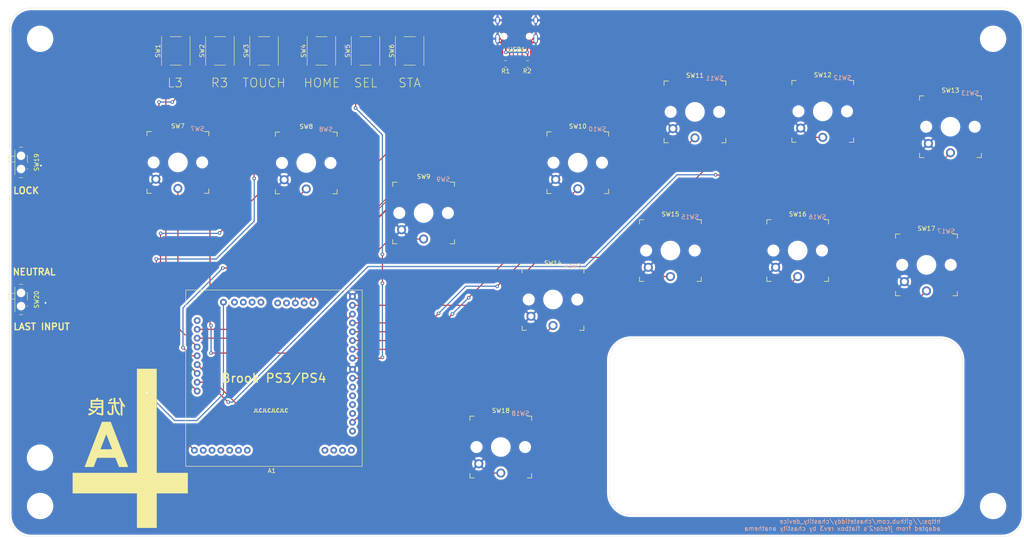
<source format=kicad_pcb>
(kicad_pcb (version 20211014) (generator pcbnew)
  (layers (0 "F.Cu" signal) (31 "B.Cu" signal) (34 "B.Paste" user) (35 "F.Paste" user) (36 "B.SilkS" user "B.Silkscreen") (37 "F.SilkS" user "F.Silkscreen") (38 "B.Mask" user) (39 "F.Mask" user) (44 "Edge.Cuts" user))
  (net 0 "")
  (net 1 "GND")
  (net 2 "+5V")
  (net 3 "D-")
  (net 4 "D+")
  (net 7 "LEFT")
  (net 8 "DOWN")
  (net 9 "RIGHT")
  (net 10 "UP")
  (net 24 "OPTIONS")
  (net 25 "L3")
  (net 26 "L1")
  (net 27 "PS_Key")
  (net 28 "R1")
  (net 29 "R3")
  (net 30 "TRIANGLE")
  (net 31 "SQUARE")
  (net 32 "CIRCLE")
  (net 33 "CROSS")
  (net 34 "SHARE")
  (net 35 "R2")
  (net 36 "L2")
  (net 37 "TPKEY")
  (net 38 "Net-(R1-Pad1)")
  (net 39 "Net-(R2-Pad1)")
  (net 40 "LOCKOUT")
  (net 43 "SOCD")
  (footprint "Kailh:Kailh_Low_Profile_Socket" (layer "F.Cu") (at 87.32 65.17)
    (fp_text reference "SW8")
    (fp_text value "SW_Push")
  )
  (footprint "Kailh:Kailh_Low_Profile_Socket" (layer "F.Cu") (at 113.92 76.52)
    (fp_text reference "SW9")
    (fp_text value "SW_Push")
  )
  (footprint "Kailh:Kailh_Low_Profile_Socket" (layer "F.Cu") (at 131.42 129.62)
    (fp_text reference "SW18")
    (fp_text value "SW_Push")
  )
  (footprint "Kailh:Kailh_Low_Profile_Socket" (layer "F.Cu") (at 148.86 65.11)
    (fp_text reference "SW10")
    (fp_text value "SW_Push")
  )
  (footprint "Kailh:Kailh_Low_Profile_Socket" (layer "F.Cu") (at 175.42 53.58)
    (fp_text reference "SW11")
    (fp_text value "SW_Push")
  )
  (footprint "Kailh:Kailh_Low_Profile_Socket" (layer "F.Cu") (at 204.39 53.46)
    (fp_text reference "SW12")
    (fp_text value "SW_Push")
  )
  (footprint "Kailh:Kailh_Low_Profile_Socket" (layer "F.Cu") (at 233.3364 56.9504)
    (fp_text reference "SW13")
    (fp_text value "SW_Push")
  )
  (footprint "Kailh:Kailh_Low_Profile_Socket" (layer "F.Cu") (at 143.25 96.15)
    (fp_text reference "SW14")
    (fp_text value "SW_Push")
  )
  (footprint "Kailh:Kailh_Low_Profile_Socket" (layer "F.Cu") (at 169.86 85.04)
    (fp_text reference "SW15")
    (fp_text value "SW_Push")
  )
  (footprint "Kailh:Kailh_Low_Profile_Socket" (layer "F.Cu") (at 198.71 85.04)
    (fp_text reference "SW16")
    (fp_text value "SW_Push")
  )
  (footprint "Kailh:Kailh_Low_Profile_Socket" (layer "F.Cu") (at 227.8964 88.2904)
    (fp_text reference "SW17")
    (fp_text value "SW_Push")
  )
  (footprint "Chicago Screw:Chicago Screw" (layer "F.Cu") (at 27 37)
    (fp_text reference "REF**" hide)
    (fp_text value "Chicago Screw")
  )
  (footprint "Chicago Screw:Chicago Screw" (layer "F.Cu") (at 27 143)
    (fp_text reference "REF**" hide)
    (fp_text value "Chicago Screw")
  )
  (footprint "Chicago Screw:Chicago Screw" (layer "F.Cu") (at 243 143)
    (fp_text reference "REF**" hide)
    (fp_text value "Chicago Screw")
  )
  (footprint "Chicago Screw:Chicago Screw" (layer "F.Cu") (at 243 37)
    (fp_text reference "REF**" hide)
    (fp_text value "Chicago Screw")
  )
  (footprint "Kailh:Kailh_Low_Profile_Socket" (layer "F.Cu") (at 58.225 65.05)
    (fp_text reference "SW7")
    (fp_text value "SW_Push")
  )
  (footprint "Button_Switch_SMD:SW_Push_1P1T_NO_6x6mm_H9.5mm" (layer "F.Cu") (at 90.75 39.75 90)
    (fp_text reference "SW4")
    (fp_text value "SW_Push")
  )
  (footprint "Button_Switch_SMD:SW_Push_1P1T_NO_6x6mm_H9.5mm" (layer "F.Cu") (at 67.75 39.75 90)
    (fp_text reference "SW2")
    (fp_text value "SW_Push")
  )
  (footprint "Button_Switch_SMD:SW_Push_1P1T_NO_6x6mm_H9.5mm" (layer "F.Cu") (at 100.75 39.75 90)
    (fp_text reference "SW5")
    (fp_text value "SW_Push")
  )
  (footprint "Button_Switch_SMD:SW_Push_1P1T_NO_6x6mm_H9.5mm" (layer "F.Cu") (at 57.75 39.75 90)
    (fp_text reference "SW1")
    (fp_text value "SW_Push")
  )
  (footprint "Button_Switch_SMD:SW_Push_1P1T_NO_6x6mm_H9.5mm" (layer "F.Cu") (at 77.75 39.75 90)
    (fp_text reference "SW3")
    (fp_text value "SW_Push")
  )
  (footprint "Button_Switch_SMD:SW_Push_1P1T_NO_6x6mm_H9.5mm" (layer "F.Cu") (at 110.75 39.75 90)
    (fp_text reference "SW6")
    (fp_text value "SW_Push")
  )
  (footprint "Brook:Brook_PS3PS4_PCBA" (layer "F.Cu") (at 60 134 90)
    (fp_text reference "A1")
    (fp_text value "Brook_PS3PS4_PCBA")
  )
  (footprint "Resistor_SMD:R_0805_2012Metric" (layer "F.Cu") (at 137.5 42.68)
    (fp_text reference "R2")
    (fp_text value "5.1k")
  )
  (footprint "Type-C:HRO-TYPE-C-31-M-12-Assembly" (layer "F.Cu") (at 135 30.1968 180)
    (fp_text reference "USB1")
    (fp_text value "HRO-TYPE-C-31-M-12")
  )
  (footprint "Resistor_SMD:R_0805_2012Metric" (layer "F.Cu") (at 132.5 42.68 180)
    (fp_text reference "R1")
    (fp_text value "5.1k")
  )
  (footprint "Button_Switch_SMD:SW_SPDT_PCM12" (layer "F.Cu") (at 23 65.04 -90)
    (fp_text reference "SW19")
    (fp_text value "SW_LOCKOUT")
  )
  (footprint "Button_Switch_SMD:SW_SPDT_PCM12" (layer "F.Cu") (at 23 96.15 -90)
    (fp_text reference "SW20")
    (fp_text value "SW_SPDT")
  )
  (footprint "Chicago Screw:Chicago Screw" (layer "F.Cu") (at 27 132)
    (fp_text reference "REF**" hide)
    (fp_text value "Chicago Screw")
  )
  (gr_poly (pts (xy 37.097907 134.134134) (xy 39.114695 134.134134) (xy 39.911711 132.034173) (xy 44.070044 132.034173) (xy 44.901709 134.134134) (xy 46.918501 134.134134) (xy 45.379776 130.142133) (xy 43.349266 130.142133) (xy 40.639418 130.142133) (xy 41.990876 126.642204) (xy 43.349266 130.142133) (xy 45.379776 130.142133) (xy 42.988875 123.939288) (xy 41.020598 123.939288)) (layer "F.SilkS") (width 0.05) (fill solid))
  (gr_poly (pts (xy 43.2741 121.85494) (xy 43.273932 121.865416) (xy 43.27343 121.875424) (xy 43.272593 121.884964) (xy 43.271422 121.894035) (xy 43.269916 121.902637) (xy 43.268075 121.91077) (xy 43.265899 121.918435) (xy 43.263389 121.925632) (xy 43.260543 121.932359) (xy 43.257364 121.938618) (xy 43.253849 121.944409) (xy 43.25 121.949731) (xy 43.245816 121.954584) (xy 43.241298 121.958969) (xy 43.236445 121.962885) (xy 43.231257 121.966333) (xy 43.225132 121.969446) (xy 43.217467 121.972358) (xy 43.208263 121.975069) (xy 43.197518 121.977579) (xy 43.185234 121.979889) (xy 43.171411 121.981998) (xy 43.156047 121.983906) (xy 43.139144 121.985613) (xy 43.120701 121.987119) (xy 43.100718 121.988425) (xy 43.079196 121.989529) (xy 43.056134 121.990433) (xy 43.005391 121.991638) (xy 42.948489 121.99204) (xy 42.919167 121.991638) (xy 42.891185 121.990433) (xy 42.864542 121.988425) (xy 42.839237 121.985613) (xy 42.815271 121.981998) (xy 42.792644 121.97758) (xy 42.771356 121.972359) (xy 42.751407 121.966334) (xy 42.732797 121.959505) (xy 42.715525 121.951874) (xy 42.699593 121.943439) (xy 42.684999 121.934201) (xy 42.671744 121.924159) (xy 42.659828 121.913314) (xy 42.649251 121.901666) (xy 42.640013 121.889215) (xy 42.631645 121.87529) (xy 42.623679 121.859224) (xy 42.616115 121.841015) (xy 42.608952 121.820665) (xy 42.602191 121.798172) (xy 42.595831 121.773537) (xy 42.589873 121.746759) (xy 42.584317 121.71784) (xy 42.579163 121.686778) (xy 42.57441 121.653575) (xy 42.570059 121.618229) (xy 42.566109 121.580741) (xy 42.562561 121.541111) (xy 42.559415 121.499339) (xy 42.55667 121.455424) (xy 42.554327 121.409368) (xy 42.228716 121.546468) (xy 42.24679 121.67299) (xy 42.266738 121.786927) (xy 42.288562 121.888278) (xy 42.300177 121.934235) (xy 42.31226 121.977045) (xy 42.324812 122.016708) (xy 42.337833 122.053226) (xy 42.351322 122.086597) (xy 42.36528 122.116822) (xy 42.379707 122.1439) (xy 42.394602 122.167833) (xy 42.409966 122.188618) (xy 42.425799 122.206258) (xy 42.434091 122.214166) (xy 42.442903 122.221822) (xy 42.462081 122.236383) (xy 42.483336 122.249939) (xy 42.506665 122.262491) (xy 42.53207 122.274039) (xy 42.55955 122.284582) (xy 42.589105 122.294122) (xy 42.620735 122.302657) (xy 42.654441 122.310188) (xy 42.690222 122.316715) (xy 42.728078 122.322238) (xy 42.76801 122.326757) (xy 42.810016 122.330272) (xy 42.854099 122.332782) (xy 42.900256 122.334288) (xy 42.948489 122.33479) (xy 43.050778 122.333318) (xy 43.143427 122.3289) (xy 43.186137 122.325586) (xy 43.226437 122.321536) (xy 43.264326 122.316749) (xy 43.299806 122.311227) (xy 43.332876 122.304967) (xy 43.363536 122.297972) (xy 43.391785 122.29024) (xy 43.417625 122.281771) (xy 43.441055 122.272566) (xy 43.462075 122.262625) (xy 43.480685 122.251947) (xy 43.496886 122.240533) (xy 43.504266 122.234517) (xy 43.511412 122.228249) (xy 43.518324 122.221731) (xy 43.525002 122.214961) (xy 43.531445 122.207941) (xy 43.537654 122.200669) (xy 43.543629 122.193146) (xy 43.549369 122.185373) (xy 43.560147 122.169072) (xy 43.569987 122.151767) (xy 43.578891 122.133458) (xy 43.586857 122.114145) (xy 43.593886 122.093828) (xy 43.599977 122.072507) (xy 43.605132 122.050181) (xy 43.609349 122.026851) (xy 43.612629 122.002518) (xy 43.614972 121.97718) (xy 43.616378 121.950838) (xy 43.616847 121.923492) (xy 43.616847 120.158334) (xy 43.2741 120.158334)) (layer "F.SilkS") (width 0.05) (fill solid))
  (gr_poly (pts (xy 39.844741 118.489778) (xy 39.826264 118.518229) (xy 39.808323 118.547081) (xy 39.790918 118.576335) (xy 39.774048 118.605991) (xy 39.757713 118.636049) (xy 39.741914 118.666508) (xy 39.726651 118.697368) (xy 39.711923 118.728631) (xy 39.697731 118.760295) (xy 39.684075 118.792361) (xy 39.670954 118.824828) (xy 39.658369 118.857697) (xy 39.646319 118.890968) (xy 39.634806 118.924641) (xy 39.623827 118.958715) (xy 38.458483 118.958715) (xy 38.458483 120.706731) (xy 39.778067 120.706731) (xy 39.755909 120.757742) (xy 39.732278 120.807949) (xy 39.707174 120.857354) (xy 39.680598 120.905954) (xy 39.652549 120.953752) (xy 39.623027 121.000746) (xy 39.592032 121.046936) (xy 39.559565 121.092324) (xy 39.525624 121.136908) (xy 39.490211 121.180688) (xy 39.453326 121.223666) (xy 39.414967 121.26584) (xy 39.375136 121.30721) (xy 39.333832 121.347778) (xy 39.291055 121.387542) (xy 39.246806 121.426503) (xy 39.103011 121.368398) (xy 39.03252 121.337537) (xy 38.962966 121.305472) (xy 38.894349 121.272201) (xy 38.826669 121.237725) (xy 38.759927 121.202045) (xy 38.694122 121.165159) (xy 38.629254 121.127068) (xy 38.565323 121.087773) (xy 38.50233 121.047272) (xy 38.440274 121.005567) (xy 38.379155 120.962656) (xy 38.318974 120.918541) (xy 38.259729 120.873221) (xy 38.201422 120.826696) (xy 37.961497 121.100892) (xy 38.081726 121.184438) (xy 38.202491 121.263699) (xy 38.323791 121.338675) (xy 38.445628 121.409368) (xy 38.568 121.475775) (xy 38.690907 121.537898) (xy 38.814351 121.595737) (xy 38.93833 121.649291) (xy 38.883972 121.683098) (xy 38.828007 121.715967) (xy 38.770436 121.747899) (xy 38.711259 121.778893) (xy 38.650474 121.808951) (xy 38.588083 121.838071) (xy 38.524086 121.866254) (xy 38.458482 121.8935) (xy 38.391271 121.919808) (xy 38.322454 121.94518) (xy 38.25203 121.969614) (xy 38.179999 121.99311) (xy 38.106362 122.01567) (xy 38.031118 122.037293) (xy 37.954268 122.057978) (xy 37.875811 122.077726) (xy 38.064322 122.437612) (xy 38.25116 122.378635) (xy 38.430366 122.313098) (xy 38.601941 122.241) (xy 38.765885 122.162342) (xy 38.922197 122.077124) (xy 39.070878 121.985345) (xy 39.211927 121.887005) (xy 39.345345 121.782105) (xy 39.471131 121.670645) (xy 39.589286 121.552625) (xy 39.699809 121.428043) (xy 39.802701 121.296902) (xy 39.897961 121.1592) (xy 39.98559 121.014937) (xy 40.065587 120.864114) (xy 40.137953 120.706731) (xy 40.926272 120.706731) (xy 40.926272 122.026313) (xy 40.619941 121.965261) (xy 40.474808 121.933931) (xy 40.335031 121.902066) (xy 40.200609 121.869666) (xy 40.071543 121.83673) (xy 39.947833 121.803259) (xy 39.829478 121.769252) (xy 39.760928 122.112001) (xy 39.909542 122.154577) (xy 40.064047 122.196617) (xy 40.224443 122.238122) (xy 40.39073 122.279091) (xy 40.562908 122.319524) (xy 40.740977 122.359422) (xy 40.924936 122.398785) (xy 41.114787 122.437612) (xy 41.286158 122.266237) (xy 41.286158 120.38112) (xy 40.926272 120.38112) (xy 38.818366 120.38112) (xy 38.818366 119.986959) (xy 40.926272 119.986959) (xy 40.926272 120.38112) (xy 41.286158 120.38112) (xy 41.286158 119.678487) (xy 40.926272 119.678487) (xy 38.818366 119.678487) (xy 38.818366 119.284326) (xy 40.926272 119.284326) (xy 40.926272 119.678487) (xy 41.286158 119.678487) (xy 41.286158 118.958715) (xy 40.017989 118.958715) (xy 40.039945 118.907838) (xy 40.062972 118.858032) (xy 40.087071 118.809297) (xy 40.112242 118.761633) (xy 40.138483 118.715041) (xy 40.165796 118.669519) (xy 40.19418 118.625068) (xy 40.223635 118.581689) (xy 39.863753 118.461728)) (layer "F.SilkS") (width 0.05) (fill solid))
  (gr_poly (pts (xy 43.107814 118.633905) (xy 43.028821 118.687727) (xy 42.951435 118.743156) (xy 42.875655 118.800192) (xy 42.801482 118.858834) (xy 42.728916 118.919083) (xy 42.657956 118.980938) (xy 42.588602 119.0444) (xy 42.811388 119.318599) (xy 42.884491 119.243087) (xy 42.958128 119.170789) (xy 43.032301 119.101704) (xy 43.10701 119.035831) (xy 43.182254 118.973172) (xy 43.258034 118.913727) (xy 43.334349 118.857494) (xy 43.4112 118.804475) (xy 43.188414 118.581689)) (layer "F.SilkS") (width 0.05) (fill solid))
  (gr_poly (pts (xy 48.96 135.509427) (xy 34.388926 135.509427) (xy 34.388926 140.12) (xy 48.96 140.12) (xy 48.96 147.957765) (xy 53.392544 147.957765) (xy 53.392544 140.12) (xy 60.453999 140.12) (xy 60.453999 135.509427) (xy 53.392544 135.509427) (xy 53.392544 111.876634) (xy 48.96 111.876634)) (layer "F.SilkS") (width 0.05) (fill solid))
  (gr_poly (pts (xy 44.850745 118.581689) (xy 44.898944 118.705668) (xy 44.949285 118.829111) (xy 45.001768 118.952018) (xy 45.056393 119.07439) (xy 45.11316 119.196227) (xy 45.17207 119.317527) (xy 45.233122 119.438293) (xy 45.296317 119.558522) (xy 45.296317 122.420474) (xy 45.639063 122.420474) (xy 45.639063 120.106923) (xy 45.690744 120.174937) (xy 45.74296 120.24188) (xy 45.795712 120.307752) (xy 45.848999 120.372553) (xy 45.902822 120.436283) (xy 45.95718 120.498942) (xy 46.012074 120.560529) (xy 46.067503 120.621045) (xy 46.238875 120.278297) (xy 46.148435 120.170853) (xy 46.061342 120.06274) (xy 45.977596 119.953957) (xy 45.897198 119.844505) (xy 45.820147 119.734383) (xy 45.746442 119.623592) (xy 45.676085 119.512132) (xy 45.609075 119.400002) (xy 45.545412 119.287203) (xy 45.485096 119.173735) (xy 45.428128 119.059597) (xy 45.374506 118.94479) (xy 45.324232 118.829313) (xy 45.277305 118.713167) (xy 45.233724 118.596351) (xy 45.193491 118.478866) (xy 45.193491 118.478864)) (layer "F.SilkS") (width 0.05) (fill solid))
  (gr_poly (pts (xy 43.660765 118.73914) (xy 43.672548 118.988704) (xy 43.68647 119.227556) (xy 43.702532 119.455697) (xy 42.400088 119.455697) (xy 42.400088 119.781308) (xy 43.736807 119.781308) (xy 43.764923 120.027526) (xy 43.797859 120.260622) (xy 43.835615 120.480597) (xy 43.878191 120.687452) (xy 43.925587 120.881185) (xy 43.977802 121.061798) (xy 44.034838 121.22929) (xy 44.096693 121.383661) (xy 44.12983 121.457064) (xy 44.164976 121.529463) (xy 44.202129 121.600857) (xy 44.241291 121.671248) (xy 44.282461 121.740634) (xy 44.32564 121.809016) (xy 44.370826 121.876394) (xy 44.418021 121.942768) (xy 44.467224 122.008138) (xy 44.518436 122.072504) (xy 44.571656 122.135865) (xy 44.626884 122.198223) (xy 44.684121 122.259576) (xy 44.743366 122.319925) (xy 44.804619 122.379271) (xy 44.86788 122.437612) (xy 45.142081 122.197686) (xy 45.085078 122.147814) (xy 45.02975 122.096737) (xy 44.976095 122.044455) (xy 44.924113 121.990967) (xy 44.873805 121.936275) (xy 44.825171 121.880377) (xy 44.77821 121.823275) (xy 44.732923 121.764967) (xy 44.68931 121.705455) (xy 44.64737 121.644737) (xy 44.607103 121.582815) (xy 44.568511 121.519688) (xy 44.531592 121.455355) (xy 44.496346 121.389818) (xy 44.462774 121.323075) (xy 44.430876 121.255128) (xy 44.400451 121.185106) (xy 44.371297 121.112138) (xy 44.343416 121.036225) (xy 44.316806 120.957366) (xy 44.291468 120.875562) (xy 44.267402 120.790812) (xy 44.244608 120.703116) (xy 44.223086 120.612475) (xy 44.202836 120.518889) (xy 44.183857 120.422357) (xy 44.166151 120.322879) (xy 44.149716 120.220456) (xy 44.120663 120.006773) (xy 44.096697 119.781308) (xy 44.987841 119.781308) (xy 44.987841 119.455699) (xy 44.062422 119.455699) (xy 43.993872 118.478864) (xy 43.651122 118.478864)) (layer "F.SilkS") (width 0.05) (fill solid))
  (gr_line (start 25 30) (end 245 30) (layer "Edge.Cuts") (width 0.05))
  (gr_line (start 250 35) (end 250 145) (layer "Edge.Cuts") (width 0.05))
  (gr_line (start 245 150) (end 25 150) (layer "Edge.Cuts") (width 0.05))
  (gr_line (start 20 145) (end 20 35) (layer "Edge.Cuts") (width 0.05))
  (gr_arc (start 20 35) (mid 21.464466 31.464466) (end 25 30) (layer "Edge.Cuts") (width 0.05))
  (gr_arc (start 250 145) (mid 248.535534 148.535534) (end 245 150) (layer "Edge.Cuts") (width 0.05))
  (gr_line (start 161 105) (end 231 105) (layer "Edge.Cuts") (width 0.05))
  (gr_line (start 231 145) (end 161 145) (layer "Edge.Cuts") (width 0.05))
  (gr_line (start 236 110) (end 236 140) (layer "Edge.Cuts") (width 0.05))
  (gr_arc (start 245 30) (mid 248.535534 31.464466) (end 250 35) (layer "Edge.Cuts") (width 0.05))
  (gr_arc (start 231 105) (mid 234.535534 106.464466) (end 236 110) (layer "Edge.Cuts") (width 0.05))
  (gr_arc (start 236 140) (mid 234.535534 143.535534) (end 231 145) (layer "Edge.Cuts") (width 0.05))
  (gr_arc (start 156 110) (mid 157.464466 106.464466) (end 161 105) (layer "Edge.Cuts") (width 0.05))
  (gr_arc (start 25 150) (mid 21.464466 148.535534) (end 20 145) (layer "Edge.Cuts") (width 0.05))
  (gr_line (start 156 140) (end 156 110) (layer "Edge.Cuts") (width 0.05))
  (gr_arc (start 161 145) (mid 157.464466 143.535534) (end 156 140) (layer "Edge.Cuts") (width 0.05))
  (gr_text "https://github.com/chastetiddy/chastity_device\nadapted from jfedor2's flatbox rev3 by chastity anathema" (at 231.19 147.3) (layer "B.SilkS") (effects (font (size 1 1)) (justify left mirror)))
  (gr_text "JLCJLCJLCJLC" (at 79.28 121.35) (layer "F.SilkS") (effects (font (size 0.762 0.762) (thickness 0.1905))))
  (gr_text "HOME" (at 90.86 47) (layer "F.SilkS") (effects (font (size 2 2))))
  (gr_text "R3" (at 67.67 47) (layer "F.SilkS") (effects (font (size 2 2))))
  (gr_text "SEL" (at 100.79 47) (layer "F.SilkS") (effects (font (size 2 2))))
  (gr_text "NEUTRAL" (at 25.64 89.89) (layer "F.SilkS") (effects (font (size 1.5 1.5) (thickness 0.3))))
  (gr_text "LOCK" (at 23.82 71.44) (layer "F.SilkS") (effects (font (size 1.5 1.5) (thickness 0.3))))
  (gr_text "STA" (at 110.76 47) (layer "F.SilkS") (effects (font (size 2 2))))
  (gr_text "LAST INPUT\n" (at 27.33 102.32) (layer "F.SilkS") (effects (font (size 1.5 1.5) (thickness 0.3))))
  (gr_text "TOUCH" (at 77.75 47) (layer "F.SilkS") (effects (font (size 2 2))))
  (gr_text "L3" (at 57.59 47) (layer "F.SilkS") (effects (font (size 2 2))))
  (segment (start 24.43 65.79) (end 27.16 65.79) (width 0.381) (layer "F.Cu") (net 1))
  (segment (start 27.16 65.79) (end 27.19 65.76) (width 0.381) (layer "F.Cu") (net 1))
  (segment (start 24.43 96.9) (end 28.21 96.9) (width 0.381) (layer "F.Cu") (net 1))
  (segment (start 138.25 37.8918) (end 138.25 42.5175) (width 0.381) (layer "F.Cu") (net 1))
  (segment (start 138.25 42.5175) (end 138.4125 42.68) (width 0.381) (layer "F.Cu") (net 1))
  (segment (start 131.769989 42.497511) (end 131.5875 42.68) (width 0.381) (layer "F.Cu") (net 1))
  (segment (start 131.769989 37.911789) (end 131.769989 42.497511) (width 0.381) (layer "F.Cu") (net 1))
  (segment (start 131.75 37.8918) (end 131.769989 37.911789) (width 0.381) (layer "F.Cu") (net 1))
  (segment (start 28.21 96.9) (end 28.22 96.91) (width 0.381) (layer "F.Cu") (net 1))
  (via (at 28.22 96.91) (size 0.8) (drill 0.4) (layers "F.Cu" "B.Cu") (net 1))
  (via (at 27.19 65.76) (size 0.8) (drill 0.4) (layers "F.Cu" "B.Cu") (net 1))
  (segment (start 132.55 40.04) (end 132.56 40.05) (width 0.381) (layer "F.Cu") (net 2))
  (segment (start 132.55 37.8918) (end 132.55 40.04) (width 0.381) (layer "F.Cu") (net 2))
  (segment (start 88.85 92.41) (end 88.85 96.94) (width 0.381) (layer "F.Cu") (net 2))
  (segment (start 137.49002 40.13002) (end 137.49002 43.76998) (width 0.381) (layer "F.Cu") (net 2))
  (segment (start 137.45 40.09) (end 137.45 37.8918) (width 0.381) (layer "F.Cu") (net 2))
  (segment (start 137.45 40.09) (end 137.49002 40.13002) (width 0.381) (layer "F.Cu") (net 2))
  (segment (start 137.49002 43.76998) (end 88.85 92.41) (width 0.381) (layer "F.Cu") (net 2))
  (via (at 137.45 40.09) (size 0.8) (drill 0.4) (layers "F.Cu" "B.Cu") (net 2))
  (via (at 132.56 40.05) (size 0.8) (drill 0.4) (layers "F.Cu" "B.Cu") (net 2))
  (segment (start 132.56 40.05) (end 137.41 40.05) (width 0.381) (layer "B.Cu") (net 2))
  (segment (start 137.41 40.05) (end 137.45 40.09) (width 0.381) (layer "B.Cu") (net 2))
  (segment (start 86.85 92.49) (end 135.24 44.1) (width 0.2) (layer "F.Cu") (net 3))
  (segment (start 134.75 38.865822) (end 135.24 39.355822) (width 0.2) (layer "F.Cu") (net 3))
  (segment (start 135.75 38.865822) (end 135.26 39.355822) (width 0.2) (layer "F.Cu") (net 3))
  (segment (start 135.26 39.355822) (end 135.24 39.355822) (width 0.2) (layer "F.Cu") (net 3))
  (segment (start 135.24 44.1) (end 135.24 39.355822) (width 0.2) (layer "F.Cu") (net 3))
  (segment (start 135.75 37.8918) (end 135.75 38.865822) (width 0.2) (layer "F.Cu") (net 3))
  (segment (start 86.85 96.94) (end 86.85 92.49) (width 0.2) (layer "F.Cu") (net 3))
  (segment (start 134.75 37.8918) (end 134.75 38.865822) (width 0.2) (layer "F.Cu") (net 3))
  (segment (start 134.25 44.47) (end 84.85 93.87) (width 0.2) (layer "F.Cu") (net 4))
  (segment (start 134.25 36.917778) (end 134.567778 36.6) (width 0.2) (layer "F.Cu") (net 4))
  (segment (start 134.25 37.8918) (end 134.25 36.917778) (width 0.2) (layer "F.Cu") (net 4))
  (segment (start 134.25 37.8918) (end 134.25 44.47) (width 0.2) (layer "F.Cu") (net 4))
  (segment (start 84.85 93.87) (end 84.85 96.94) (width 0.2) (layer "F.Cu") (net 4))
  (segment (start 134.93 36.6) (end 135.25 36.92) (width 0.2) (layer "F.Cu") (net 4))
  (segment (start 135.25 36.92) (end 135.25 37.8918) (width 0.2) (layer "F.Cu") (net 4))
  (segment (start 134.567778 36.6) (end 134.93 36.6) (width 0.2) (layer "F.Cu") (net 4))
  (segment (start 58.225 70.95) (end 58.225 102.545) (width 0.254) (layer "F.Cu") (net 7))
  (segment (start 58.225 102.545) (end 62.6 106.92) (width 0.254) (layer "F.Cu") (net 7))
  (segment (start 87.32 71.07) (end 69.38 89.01) (width 0.254) (layer "F.Cu") (net 8))
  (segment (start 61.23 108.92) (end 62.6 108.92) (width 0.254) (layer "F.Cu") (net 8))
  (segment (start 69.38 89.01) (end 68.42 89.01) (width 0.254) (layer "F.Cu") (net 8))
  (segment (start 59.38 107.07) (end 61.23 108.92) (width 0.254) (layer "F.Cu") (net 8))
  (via (at 59.38 107.07) (size 0.8) (drill 0.4) (layers "F.Cu" "B.Cu") (net 8))
  (via (at 68.42 89.01) (size 0.8) (drill 0.4) (layers "F.Cu" "B.Cu") (net 8))
  (segment (start 59.38 98.05) (end 59.38 107.07) (width 0.254) (layer "B.Cu") (net 8))
  (segment (start 68.42 89.01) (end 59.38 98.05) (width 0.254) (layer "B.Cu") (net 8))
  (segment (start 106.23 82.42) (end 113.92 82.42) (width 0.254) (layer "F.Cu") (net 9))
  (segment (start 62.6 104.92) (end 83.73 104.92) (width 0.254) (layer "F.Cu") (net 9))
  (segment (start 83.73 104.92) (end 106.23 82.42) (width 0.254) (layer "F.Cu") (net 9))
  (segment (start 87.2 135.52) (end 62.6 110.92) (width 0.254) (layer "F.Cu") (net 10))
  (segment (start 131.42 135.52) (end 87.2 135.52) (width 0.254) (layer "F.Cu") (net 10))
  (segment (start 108.5 43.725) (end 108.5 60.04) (width 0.254) (layer "F.Cu") (net 24))
  (segment (start 108.5 60.04) (end 78.66 89.88) (width 0.254) (layer "F.Cu") (net 24))
  (segment (start 78.66 89.88) (end 78.66 99.42) (width 0.254) (layer "F.Cu") (net 24))
  (segment (start 108.5 35.775) (end 108.5 43.725) (width 0.254) (layer "F.Cu") (net 24))
  (segment (start 78.66 99.42) (end 75.16 102.92) (width 0.254) (layer "F.Cu") (net 24))
  (segment (start 75.16 102.92) (end 62.6 102.92) (width 0.254) (layer "F.Cu") (net 24))
  (segment (start 55.5 35.775) (end 55.5 43.725) (width 0.254) (layer "F.Cu") (net 25))
  (segment (start 55.5 43.725) (end 55.5 105.82) (width 0.254) (layer "F.Cu") (net 25))
  (segment (start 55.5 105.82) (end 62.6 112.92) (width 0.254) (layer "F.Cu") (net 25))
  (segment (start 65.12 114.99) (end 69.55 119.42) (width 0.254) (layer "F.Cu") (net 26))
  (segment (start 180.17 67.92) (end 228.2668 67.92) (width 0.254) (layer "F.Cu") (net 26))
  (segment (start 62.6 114.92) (end 65.05 114.92) (width 0.254) (layer "F.Cu") (net 26))
  (segment (start 69.55 119.42) (end 69.64 119.42) (width 0.254) (layer "F.Cu") (net 26))
  (segment (start 180.1 67.85) (end 180.17 67.92) (width 0.254) (layer "F.Cu") (net 26))
  (segment (start 228.2668 67.92) (end 233.3364 62.8504) (width 0.254) (layer "F.Cu") (net 26))
  (segment (start 65.05 114.92) (end 65.12 114.99) (width 0.254) (layer "F.Cu") (net 26))
  (via (at 69.64 119.42) (size 0.8) (drill 0.4) (layers "F.Cu" "B.Cu") (net 26))
  (via (at 180.1 67.85) (size 0.8) (drill 0.4) (layers "F.Cu" "B.Cu") (net 26))
  (segment (start 150.57 88.67) (end 171.15 68.09) (width 0.254) (layer "B.Cu") (net 26))
  (segment (start 171.15 68.09) (end 171.39 67.85) (width 0.254) (layer "B.Cu") (net 26))
  (segment (start 101.32 88.67) (end 150.57 88.67) (width 0.254) (layer "B.Cu") (net 26))
  (segment (start 70.57 119.42) (end 101.32 88.67) (width 0.254) (layer "B.Cu") (net 26))
  (segment (start 69.64 119.42) (end 70.57 119.42) (width 0.254) (layer "B.Cu") (net 26))
  (segment (start 171.39 67.85) (end 180.1 67.85) (width 0.254) (layer "B.Cu") (net 26))
  (segment (start 62.6 116.92) (end 54.29 108.61) (width 0.254) (layer "F.Cu") (net 27))
  (segment (start 78.74 53.485) (end 88.5 43.725) (width 0.254) (layer "F.Cu") (net 27))
  (segment (start 54.29 108.61) (end 54.29 81.14) (width 0.254) (layer "F.Cu") (net 27))
  (segment (start 67.65 81.05) (end 78.74 69.96) (width 0.254) (layer "F.Cu") (net 27))
  (segment (start 88.5 35.775) (end 88.5 43.725) (width 0.254) (layer "F.Cu") (net 27))
  (segment (start 78.74 69.96) (end 78.74 53.485) (width 0.254) (layer "F.Cu") (net 27))
  (via (at 67.65 81.05) (size 0.8) (drill 0.4) (layers "F.Cu" "B.Cu") (net 27))
  (via (at 54.29 81.14) (size 0.8) (drill 0.4) (layers "F.Cu" "B.Cu") (net 27))
  (segment (start 67.56 81.14) (end 67.65 81.05) (width 0.254) (layer "B.Cu") (net 27))
  (segment (start 54.29 81.14) (end 67.56 81.14) (width 0.254) (layer "B.Cu") (net 27))
  (segment (start 184.98 59.36) (end 157.75 86.59) (width 0.254) (layer "F.Cu") (net 28))
  (segment (start 157.75 86.59) (end 140.44 86.59) (width 0.254) (layer "F.Cu") (net 28))
  (segment (start 204.39 59.36) (end 184.98 59.36) (width 0.254) (layer "F.Cu") (net 28))
  (segment (start 140.44 86.59) (end 129.57 97.46) (width 0.254) (layer "F.Cu") (net 28))
  (segment (start 129.57 97.46) (end 97.79 97.46) (width 0.254) (layer "F.Cu") (net 28))
  (segment (start 97.79 99.46) (end 88.95 108.3) (width 0.254) (layer "F.Cu") (net 29))
  (segment (start 65.5 35.775) (end 65.5 43.725) (width 0.254) (layer "F.Cu") (net 29))
  (segment (start 88.95 108.3) (end 65.74 108.3) (width 0.254) (layer "F.Cu") (net 29))
  (segment (start 65.74 102.04) (end 65.5 101.8) (width 0.254) (layer "F.Cu") (net 29))
  (segment (start 65.5 101.8) (end 65.5 43.725) (width 0.254) (layer "F.Cu") (net 29))
  (via (at 65.74 102.04) (size 0.8) (drill 0.4) (layers "F.Cu" "B.Cu") (net 29))
  (via (at 65.74 108.3) (size 0.8) (drill 0.4) (layers "F.Cu" "B.Cu") (net 29))
  (segment (start 65.74 108.3) (end 65.74 102.04) (width 0.254) (layer "B.Cu") (net 29))
  (segment (start 130.6 93.14) (end 140.12 83.62) (width 0.254) (layer "F.Cu") (net 30))
  (segment (start 151.2 83.62) (end 175.34 59.48) (width 0.254) (layer "F.Cu") (net 30))
  (segment (start 115.15 101.46) (end 117.31 99.3) (width 0.254) (layer "F.Cu") (net 30))
  (segment (start 97.79 101.46) (end 115.15 101.46) (width 0.254) (layer "F.Cu") (net 30))
  (segment (start 175.34 59.48) (end 175.42 59.48) (width 0.254) (layer "F.Cu") (net 30))
  (segment (start 130.6 93.17) (end 130.6 93.14) (width 0.254) (layer "F.Cu") (net 30))
  (segment (start 140.12 83.62) (end 151.2 83.62) (width 0.254) (layer "F.Cu") (net 30))
  (via (at 117.31 99.3) (size 0.8) (drill 0.4) (layers "F.Cu" "B.Cu") (net 30))
  (via (at 130.6 93.17) (size 0.8) (drill 0.4) (layers "F.Cu" "B.Cu") (net 30))
  (segment (start 130.57 93.14) (end 123.47 93.14) (width 0.254) (layer "B.Cu") (net 30))
  (segment (start 130.6 93.17) (end 130.57 93.14) (width 0.254) (layer "B.Cu") (net 30))
  (segment (start 123.47 93.14) (end 117.31 99.3) (width 0.254) (layer "B.Cu") (net 30))
  (segment (start 124.13 95.74) (end 124.13 95.75) (width 0.254) (layer "F.Cu") (net 31))
  (segment (start 116.42 103.46) (end 97.79 103.46) (width 0.254) (layer "F.Cu") (net 31))
  (segment (start 148.86 71.01) (end 124.13 95.74) (width 0.254) (layer "F.Cu") (net 31))
  (segment (start 120.47 99.41) (end 116.42 103.46) (width 0.254) (layer "F.Cu") (net 31))
  (via (at 120.47 99.41) (size 0.8) (drill 0.4) (layers "F.Cu" "B.Cu") (net 31))
  (via (at 124.13 95.75) (size 0.8) (drill 0.4) (layers "F.Cu" "B.Cu") (net 31))
  (segment (start 124.13 95.75) (end 120.47 99.41) (width 0.254) (layer "B.Cu") (net 31))
  (segment (start 123.99 105.46) (end 97.79 105.46) (width 0.254) (layer "F.Cu") (net 32))
  (segment (start 135.79 93.66) (end 123.99 105.46) (width 0.254) (layer "F.Cu") (net 32))
  (segment (start 169.86 90.94) (end 165.15 90.94) (width 0.254) (layer "F.Cu") (net 32))
  (segment (start 165.15 90.94) (end 162.43 93.66) (width 0.254) (layer "F.Cu") (net 32))
  (segment (start 162.43 93.66) (end 135.79 93.66) (width 0.254) (layer "F.Cu") (net 32))
  (segment (start 137.84 107.46) (end 143.25 102.05) (width 0.254) (layer "F.Cu") (net 33))
  (segment (start 97.79 107.46) (end 137.84 107.46) (width 0.254) (layer "F.Cu") (net 33))
  (segment (start 98.49 52.7) (end 98.5 52.69) (width 0.254) (layer "F.Cu") (net 34))
  (segment (start 104.58 92.45) (end 104.58 85.89) (width 0.254) (layer "F.Cu") (net 34))
  (segment (start 98.5 35.775) (end 98.5 43.725) (width 0.254) (layer "F.Cu") (net 34))
  (segment (start 98.5 52.69) (end 98.5 43.725) (width 0.254) (layer "F.Cu") (net 34))
  (segment (start 97.79 109.46) (end 104.38 109.46) (width 0.254) (layer "F.Cu") (net 34))
  (segment (start 104.38 109.46) (end 104.58 109.26) (width 0.254) (layer "F.Cu") (net 34))
  (via (at 104.58 109.26) (size 0.8) (drill 0.4) (layers "F.Cu" "B.Cu") (net 34))
  (via (at 104.58 85.89) (size 0.8) (drill 0.4) (layers "F.Cu" "B.Cu") (net 34))
  (via (at 104.58 92.45) (size 0.8) (drill 0.4) (layers "F.Cu" "B.Cu") (net 34))
  (via (at 98.49 52.7) (size 0.8) (drill 0.4) (layers "F.Cu" "B.Cu") (net 34))
  (segment (start 104.58 109.26) (end 104.58 92.45) (width 0.254) (layer "B.Cu") (net 34))
  (segment (start 104.58 85.89) (end 104.58 58.79) (width 0.254) (layer "B.Cu") (net 34))
  (segment (start 104.58 58.79) (end 98.49 52.7) (width 0.254) (layer "B.Cu") (net 34))
  (segment (start 198.71 90.94) (end 189.91 99.74) (width 0.254) (layer "F.Cu") (net 35))
  (segment (start 189.91 99.74) (end 152.69 99.74) (width 0.254) (layer "F.Cu") (net 35))
  (segment (start 138.43 114) (end 97.81 114) (width 0.254) (layer "F.Cu") (net 35))
  (segment (start 152.69 99.74) (end 138.43 114) (width 0.254) (layer "F.Cu") (net 35))
  (segment (start 156.33 102.82) (end 138.89 120.26) (width 0.254) (layer "F.Cu") (net 36))
  (segment (start 101.55 120.26) (end 97.81 124) (width 0.254) (layer "F.Cu") (net 36))
  (segment (start 138.89 120.26) (end 101.55 120.26) (width 0.254) (layer "F.Cu") (net 36))
  (segment (start 227.8964 94.1904) (end 219.2668 102.82) (width 0.254) (layer "F.Cu") (net 36))
  (segment (start 219.2668 102.82) (end 156.33 102.82) (width 0.254) (layer "F.Cu") (net 36))
  (segment (start 75.5 68.64) (end 75.5 43.725) (width 0.254) (layer "F.Cu") (net 37))
  (segment (start 75.54 68.68) (end 75.5 68.64) (width 0.254) (layer "F.Cu") (net 37))
  (segment (start 61.96 130.35) (end 53.33 121.72) (width 0.254) (layer "F.Cu") (net 37))
  (segment (start 53.33 121.72) (end 53.33 86.96) (width 0.254) (layer "F.Cu") (net 37))
  (segment (start 75.5 35.775) (end 75.5 43.725) (width 0.254) (layer "F.Cu") (net 37))
  (via (at 75.54 68.68) (size 0.8) (drill 0.4) (layers "F.Cu" "B.Cu") (net 37))
  (via (at 53.33 86.96) (size 0.8) (drill 0.4) (layers "F.Cu" "B.Cu") (net 37))
  (segment (start 75.54 68.68) (end 75.54 78.35) (width 0.254) (layer "B.Cu") (net 37))
  (segment (start 75.54 78.35) (end 66.93 86.96) (width 0.254) (layer "B.Cu") (net 37))
  (segment (start 66.93 86.96) (end 53.33 86.96) (width 0.254) (layer "B.Cu") (net 37))
  (segment (start 133.41 39.079822) (end 133.41 42.6775) (width 0.254) (layer "F.Cu") (net 38))
  (segment (start 133.41 42.6775) (end 133.4125 42.68) (width 0.254) (layer "F.Cu") (net 38))
  (segment (start 133.25 38.919822) (end 133.41 39.079822) (width 0.254) (layer "F.Cu") (net 38))
  (segment (start 133.25 37.8918) (end 133.25 38.919822) (width 0.254) (layer "F.Cu") (net 38))
  (segment (start 136.25 37.8918) (end 136.25 42.3425) (width 0.254) (layer "F.Cu") (net 39))
  (segment (start 136.25 42.3425) (end 136.5875 42.68) (width 0.254) (layer "F.Cu") (net 39))
  (segment (start 78.155 33.93) (end 80 35.775) (width 0.254) (layer "F.Cu") (net 40))
  (segment (start 80 35.775) (end 81.845 33.93) (width 0.254) (layer "F.Cu") (net 40))
  (segment (start 60 48.3) (end 56.95 51.35) (width 0.254) (layer "F.Cu") (net 40))
  (segment (start 53.96 51.36) (end 53.93 51.39) (width 0.254) (layer "F.Cu") (net 40))
  (segment (start 104.805 33.97) (end 111.195 33.97) (width 0.254) (layer "F.Cu") (net 40))
  (segment (start 80 35.775) (end 80 43.725) (width 0.254) (layer "F.Cu") (net 40))
  (segment (start 111.195 33.97) (end 113 35.775) (width 0.254) (layer "F.Cu") (net 40))
  (segment (start 61.855 33.92) (end 68.145 33.92) (width 0.254) (layer "F.Cu") (net 40))
  (segment (start 93 35.775) (end 94.825 33.95) (width 0.254) (layer "F.Cu") (net 40))
  (segment (start 81.845 33.93) (end 91.155 33.93) (width 0.254) (layer "F.Cu") (net 40))
  (segment (start 53.93 51.39) (end 53.93 62.15) (width 0.254) (layer "F.Cu") (net 40))
  (segment (start 113 35.775) (end 113 43.725) (width 0.254) (layer "F.Cu") (net 40))
  (segment (start 60 43.725) (end 60 48.3) (width 0.254) (layer "F.Cu") (net 40))
  (segment (start 68.145 33.92) (end 70 35.775) (width 0.254) (layer "F.Cu") (net 40))
  (segment (start 71.845 33.93) (end 78.155 33.93) (width 0.254) (layer "F.Cu") (net 40))
  (segment (start 91.155 33.93) (end 93 35.775) (width 0.254) (layer "F.Cu") (net 40))
  (segment (start 103 43.725) (end 103 35.775) (width 0.254) (layer "F.Cu") (net 40))
  (segment (start 101.175 33.95) (end 103 35.775) (width 0.254) (layer "F.Cu") (net 40))
  (segment (start 70 43.725) (end 70 35.775) (width 0.254) (layer "F.Cu") (net 40))
  (segment (start 70 35.775) (end 71.845 33.93) (width 0.254) (layer "F.Cu") (net 40))
  (segment (start 60 35.775) (end 60 43.725) (width 0.254) (layer "F.Cu") (net 40))
  (segment (start 94.825 33.95) (end 101.175 33.95) (width 0.254) (layer "F.Cu") (net 40))
  (segment (start 103 35.775) (end 104.805 33.97) (width 0.254) (layer "F.Cu") (net 40))
  (segment (start 93 35.775) (end 93 43.725) (width 0.254) (layer "F.Cu") (net 40))
  (segment (start 53.93 62.15) (end 53.29 62.79) (width 0.254) (layer "F.Cu") (net 40))
  (segment (start 60 35.775) (end 61.855 33.92) (width 0.254) (layer "F.Cu") (net 40))
  (segment (start 53.29 62.79) (end 24.43 62.79) (width 0.254) (layer "F.Cu") (net 40))
  (via (at 56.95 51.35) (size 0.8) (drill 0.4) (layers "F.Cu" "B.Cu") (net 40))
  (via (at 53.96 51.36) (size 0.8) (drill 0.4) (layers "F.Cu" "B.Cu") (net 40))
  (segment (start 53.97 51.35) (end 56.95 51.35) (width 0.254) (layer "B.Cu") (net 40))
  (segment (start 53.96 51.36) (end 53.97 51.35) (width 0.254) (layer "B.Cu") (net 40))
  (segment (start 51.17 117.3) (end 32.27 98.4) (width 0.254) (layer "F.Cu") (net 43))
  (segment (start 32.27 98.4) (end 24.43 98.4) (width 0.254) (layer "F.Cu") (net 43))
  (via (at 51.17 117.3) (size 0.8) (drill 0.4) (layers "F.Cu" "B.Cu") (net 43))
  (segment (start 68.55 96.76) (end 68.55 117.57) (width 0.254) (layer "B.Cu") (net 43))
  (segment (start 57.48 123.61) (end 51.17 117.3) (width 0.254) (layer "B.Cu") (net 43))
  (segment (start 68.55 117.57) (end 62.51 123.61) (width 0.254) (layer "B.Cu") (net 43))
  (segment (start 62.51 123.61) (end 57.48 123.61) (width 0.254) (layer "B.Cu") (net 43))
  (zone (net 1) (net_name "GND") (layer "F.Cu") (connect_pads (clearance 0.508)) (min_thickness 0.254) (fill yes (thermal_gap 0.508) (thermal_bridge_width 0.508))
    (polygon (pts (xy 140.73 38.02) (xy 129.73 38.02) (xy 129.73 31.32) (xy 140.73 31.32)))
  )
  (zone (net 0) (net_name "") (layer "F.Cu") (connect_pads (clearance 0.508)) (min_thickness 0.254) (fill yes (thermal_gap 0.508) (thermal_bridge_width 0.508))
    (polygon (pts (xy 247.83 137.35) (xy 242.2 137.35) (xy 242.2 42.91) (xy 247.83 42.91)))
  )
  (zone (net 1) (net_name "GND") (layer "B.Cu") (connect_pads (clearance 0.508)) (min_thickness 0.254) (fill yes (thermal_gap 0.508) (thermal_bridge_width 0.508))
    (polygon (pts (arc (start 25 30) (mid 21.464466 31.464466) (end 20 35)) (arc (start 20 145) (mid 21.464466 148.535534) (end 25 150)) (arc (start 245 150) (mid 248.535534 148.535534) (end 250 145)) (arc (start 250 35) (mid 248.535534 31.464466) (end 245 30))))
  )
)
</source>
